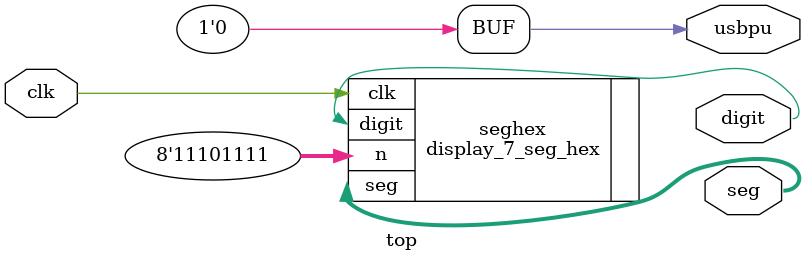
<source format=v>
module top(
     input clk,
     output [6:0] seg,
     output digit,
     output usbpu
  );

    assign usbpu = 0;

    display_7_seg_hex seghex (.clk(clk), .n(8'hef), .seg(seg), .digit(digit));

  endmodule

</source>
